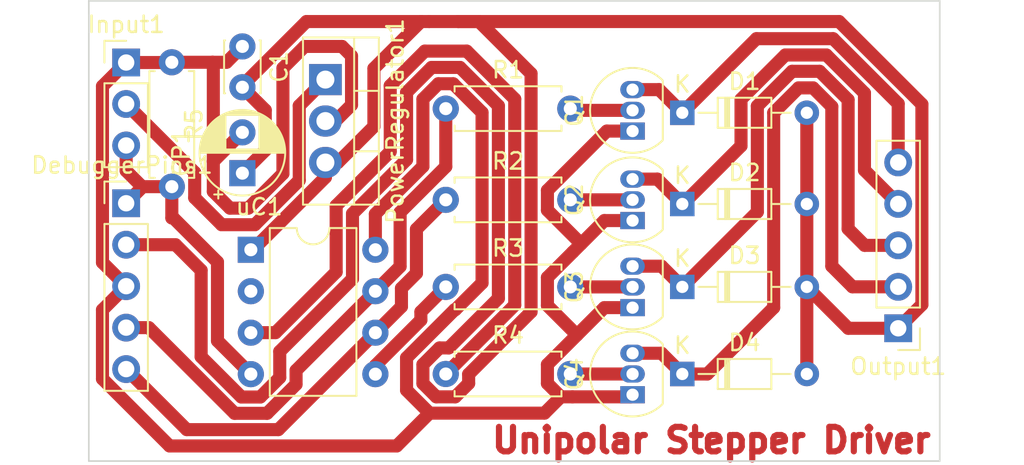
<source format=kicad_pcb>
(kicad_pcb (version 20211014) (generator pcbnew)
  (layers (0 "F.Cu" signal) (31 "B.Cu" signal) (34 "B.Paste" user) (35 "F.Paste" user) (36 "B.SilkS" user "B.Silkscreen") (37 "F.SilkS" user "F.Silkscreen") (38 "B.Mask" user) (39 "F.Mask" user) (44 "Edge.Cuts" user))
  (net 0 "")
  (net 1 "GND")
  (net 2 "+5V")
  (net 3 "Net-(D1-Pad1)")
  (net 4 "Net-(D2-Pad1)")
  (net 5 "Net-(D3-Pad1)")
  (net 6 "Net-(D4-Pad1)")
  (net 7 "Control_Input")
  (net 8 "Net-(Q1-Pad2)")
  (net 9 "+12V")
  (net 10 "Net-(Q2-Pad2)")
  (net 11 "Net-(Q4-Pad2)")
  (net 12 "Coil_1")
  (net 13 "Coil_2")
  (net 14 "Coil_3")
  (net 15 "Coil_4")
  (net 17 "Net-(Q3-Pad2)")
  (footprint "Package_TO_SOT_THT:TO-92_Inline" (layer "F.Cu") (at 45.974 -5.842 90)
    (fp_text reference "Q2" (at 1.27 -3.56 90) (layer "F.SilkS"))
    (fp_text value "S8050")
    (fp_line (start -0.53 1.85) (end 3.07 1.85) (layer "F.SilkS") (width 0.12))
    (fp_arc (start 1.27 -2.6) (mid 3.672087 -0.994977) (end 3.108478 1.838478) (layer "F.SilkS") (width 0.12))
    (fp_arc (start -0.568478 1.838478) (mid -1.132087 -0.994977) (end 1.27 -2.6) (layer "F.SilkS") (width 0.12))
    (pad "1" thru_hole rect (at 0 0 90) (size 1.05 1.5) (drill 0.75) (layers *.Cu *.Mask) (net 1 "GND"))
    (pad "2" thru_hole oval (at 1.27 0 90) (size 1.05 1.5) (drill 0.75) (layers *.Cu *.Mask) (net 10 "Net-(Q2-Pad2)"))
    (pad "3" thru_hole oval (at 2.54 0 90) (size 1.05 1.5) (drill 0.75) (layers *.Cu *.Mask) (net 4 "Net-(D2-Pad1)"))
  )
  (footprint "Resistor_THT:R_Axial_DIN0207_L6.3mm_D2.5mm_P7.62mm_Horizontal" (layer "F.Cu") (at 34.544 3.556)
    (fp_text reference "R4" (at 3.81 -2.37) (layer "F.SilkS"))
    (fp_text value "330")
    (fp_line (start 0.54 -1.37) (end 7.08 -1.37) (layer "F.SilkS") (width 0.12))
    (fp_line (start 0.54 -1.04) (end 0.54 -1.37) (layer "F.SilkS") (width 0.12))
    (fp_line (start 7.08 -1.37) (end 7.08 -1.04) (layer "F.SilkS") (width 0.12))
    (fp_line (start 0.54 1.37) (end 7.08 1.37) (layer "F.SilkS") (width 0.12))
    (fp_line (start 7.08 1.37) (end 7.08 1.04) (layer "F.SilkS") (width 0.12))
    (fp_line (start 0.54 1.04) (end 0.54 1.37) (layer "F.SilkS") (width 0.12))
    (pad "1" thru_hole circle (at 0 0) (size 1.6 1.6) (drill 0.8) (layers *.Cu *.Mask) (net 15 "Coil_4"))
    (pad "2" thru_hole oval (at 7.62 0) (size 1.6 1.6) (drill 0.8) (layers *.Cu *.Mask) (net 11 "Net-(Q4-Pad2)"))
  )
  (footprint "Capacitor_THT:C_Disc_D3.0mm_W2.0mm_P2.50mm" (layer "F.Cu") (at 22.098 -16.51 -90)
    (fp_text reference "C1" (at 1.25 -2.25 90) (layer "F.SilkS"))
    (fp_text value "10nF")
    (fp_line (start -0.37 -1.12) (end 2.87 -1.12) (layer "F.SilkS") (width 0.12))
    (fp_line (start -0.37 1.12) (end 2.87 1.12) (layer "F.SilkS") (width 0.12))
    (fp_line (start -0.37 1.055) (end -0.37 1.12) (layer "F.SilkS") (width 0.12))
    (fp_line (start 2.87 -1.12) (end 2.87 -1.055) (layer "F.SilkS") (width 0.12))
    (fp_line (start -0.37 -1.12) (end -0.37 -1.055) (layer "F.SilkS") (width 0.12))
    (fp_line (start 2.87 1.055) (end 2.87 1.12) (layer "F.SilkS") (width 0.12))
    (pad "1" thru_hole circle (at 0 0 270) (size 1.6 1.6) (drill 0.8) (layers *.Cu *.Mask) (net 1 "GND"))
    (pad "2" thru_hole circle (at 2.5 0 270) (size 1.6 1.6) (drill 0.8) (layers *.Cu *.Mask) (net 2 "+5V"))
  )
  (footprint "Resistor_THT:R_Axial_DIN0207_L6.3mm_D2.5mm_P7.62mm_Horizontal" (layer "F.Cu") (at 34.544 -1.778)
    (fp_text reference "R3" (at 3.81 -2.37) (layer "F.SilkS"))
    (fp_text value "330")
    (fp_line (start 7.08 1.37) (end 7.08 1.04) (layer "F.SilkS") (width 0.12))
    (fp_line (start 0.54 -1.37) (end 7.08 -1.37) (layer "F.SilkS") (width 0.12))
    (fp_line (start 0.54 1.37) (end 7.08 1.37) (layer "F.SilkS") (width 0.12))
    (fp_line (start 0.54 1.04) (end 0.54 1.37) (layer "F.SilkS") (width 0.12))
    (fp_line (start 7.08 -1.37) (end 7.08 -1.04) (layer "F.SilkS") (width 0.12))
    (fp_line (start 0.54 -1.04) (end 0.54 -1.37) (layer "F.SilkS") (width 0.12))
    (pad "1" thru_hole circle (at 0 0) (size 1.6 1.6) (drill 0.8) (layers *.Cu *.Mask) (net 14 "Coil_3"))
    (pad "2" thru_hole oval (at 7.62 0) (size 1.6 1.6) (drill 0.8) (layers *.Cu *.Mask) (net 17 "Net-(Q3-Pad2)"))
  )
  (footprint "Connector_PinHeader_2.54mm:PinHeader_1x05_P2.54mm_Vertical" (layer "F.Cu") (at 14.986 -6.902886)
    (fp_text reference "DebuggerPins1" (at -0.254 -2.33) (layer "F.SilkS"))
    (fp_text value "Conn_01x05_Female")
    (fp_line (start -1.33 1.27) (end -1.33 11.49) (layer "F.SilkS") (width 0.12))
    (fp_line (start 1.33 1.27) (end 1.33 11.49) (layer "F.SilkS") (width 0.12))
    (fp_line (start -1.33 0) (end -1.33 -1.33) (layer "F.SilkS") (width 0.12))
    (fp_line (start -1.33 -1.33) (end 0 -1.33) (layer "F.SilkS") (width 0.12))
    (fp_line (start -1.33 11.49) (end 1.33 11.49) (layer "F.SilkS") (width 0.12))
    (fp_line (start -1.33 1.27) (end 1.33 1.27) (layer "F.SilkS") (width 0.12))
    (pad "1" thru_hole rect (at 0 0) (size 1.7 1.7) (drill 1) (layers *.Cu *.Mask) (net 7 "Control_Input"))
    (pad "2" thru_hole oval (at 0 2.54) (size 1.7 1.7) (drill 1) (layers *.Cu *.Mask) (net 2 "+5V"))
    (pad "3" thru_hole oval (at 0 5.08) (size 1.7 1.7) (drill 1) (layers *.Cu *.Mask) (net 1 "GND"))
    (pad "4" thru_hole oval (at 0 7.62) (size 1.7 1.7) (drill 1) (layers *.Cu *.Mask) (net 12 "Coil_1"))
    (pad "5" thru_hole oval (at 0 10.16) (size 1.7 1.7) (drill 1) (layers *.Cu *.Mask) (net 13 "Coil_2"))
  )
  (footprint "Connector_PinHeader_2.54mm:PinHeader_1x03_P2.54mm_Vertical" (layer "F.Cu") (at 14.986 -15.523886)
    (fp_text reference "Input1" (at 0 -2.33) (layer "F.SilkS"))
    (fp_text value "Conn_01x03_Female")
    (fp_line (start -1.33 1.27) (end -1.33 6.41) (layer "F.SilkS") (width 0.12))
    (fp_line (start -1.33 1.27) (end 1.33 1.27) (layer "F.SilkS") (width 0.12))
    (fp_line (start 1.33 1.27) (end 1.33 6.41) (layer "F.SilkS") (width 0.12))
    (fp_line (start -1.33 0) (end -1.33 -1.33) (layer "F.SilkS") (width 0.12))
    (fp_line (start -1.33 6.41) (end 1.33 6.41) (layer "F.SilkS") (width 0.12))
    (fp_line (start -1.33 -1.33) (end 0 -1.33) (layer "F.SilkS") (width 0.12))
    (pad "1" thru_hole rect (at 0 0) (size 1.7 1.7) (drill 1) (layers *.Cu *.Mask) (net 1 "GND"))
    (pad "2" thru_hole oval (at 0 2.54) (size 1.7 1.7) (drill 1) (layers *.Cu *.Mask) (net 9 "+12V"))
    (pad "3" thru_hole oval (at 0 5.08) (size 1.7 1.7) (drill 1) (layers *.Cu *.Mask) (net 7 "Control_Input"))
  )
  (footprint "Resistor_THT:R_Axial_DIN0207_L6.3mm_D2.5mm_P7.62mm_Horizontal" (layer "F.Cu") (at 34.544 -12.7)
    (fp_text reference "R1" (at 3.81 -2.37) (layer "F.SilkS"))
    (fp_text value "300")
    (fp_line (start 0.54 -1.37) (end 7.08 -1.37) (layer "F.SilkS") (width 0.12))
    (fp_line (start 7.08 -1.37) (end 7.08 -1.04) (layer "F.SilkS") (width 0.12))
    (fp_line (start 0.54 -1.04) (end 0.54 -1.37) (layer "F.SilkS") (width 0.12))
    (fp_line (start 0.54 1.37) (end 7.08 1.37) (layer "F.SilkS") (width 0.12))
    (fp_line (start 7.08 1.37) (end 7.08 1.04) (layer "F.SilkS") (width 0.12))
    (fp_line (start 0.54 1.04) (end 0.54 1.37) (layer "F.SilkS") (width 0.12))
    (pad "1" thru_hole circle (at 0 0) (size 1.6 1.6) (drill 0.8) (layers *.Cu *.Mask) (net 12 "Coil_1"))
    (pad "2" thru_hole oval (at 7.62 0) (size 1.6 1.6) (drill 0.8) (layers *.Cu *.Mask) (net 8 "Net-(Q1-Pad2)"))
  )
  (footprint "Resistor_THT:R_Axial_DIN0207_L6.3mm_D2.5mm_P7.62mm_Horizontal" (layer "F.Cu") (at 34.544 -7.112)
    (fp_text reference "R2" (at 3.81 -2.37) (layer "F.SilkS"))
    (fp_text value "300")
    (fp_line (start 0.54 -1.04) (end 0.54 -1.37) (layer "F.SilkS") (width 0.12))
    (fp_line (start 7.08 1.37) (end 7.08 1.04) (layer "F.SilkS") (width 0.12))
    (fp_line (start 0.54 1.37) (end 7.08 1.37) (layer "F.SilkS") (width 0.12))
    (fp_line (start 7.08 -1.37) (end 7.08 -1.04) (layer "F.SilkS") (width 0.12))
    (fp_line (start 0.54 1.04) (end 0.54 1.37) (layer "F.SilkS") (width 0.12))
    (fp_line (start 0.54 -1.37) (end 7.08 -1.37) (layer "F.SilkS") (width 0.12))
    (pad "1" thru_hole circle (at 0 0) (size 1.6 1.6) (drill 0.8) (layers *.Cu *.Mask) (net 13 "Coil_2"))
    (pad "2" thru_hole oval (at 7.62 0) (size 1.6 1.6) (drill 0.8) (layers *.Cu *.Mask) (net 10 "Net-(Q2-Pad2)"))
  )
  (footprint "Package_TO_SOT_THT:TO-92_Inline" (layer "F.Cu") (at 45.974 4.826 90)
    (fp_text reference "Q4" (at 1.27 -3.56 90) (layer "F.SilkS"))
    (fp_text value "S8050")
    (fp_line (start -0.53 1.85) (end 3.07 1.85) (layer "F.SilkS") (width 0.12))
    (fp_arc (start 1.27 -2.6) (mid 3.672087 -0.994977) (end 3.108478 1.838478) (layer "F.SilkS") (width 0.12))
    (fp_arc (start -0.568478 1.838478) (mid -1.132087 -0.994977) (end 1.27 -2.6) (layer "F.SilkS") (width 0.12))
    (pad "1" thru_hole rect (at 0 0 90) (size 1.05 1.5) (drill 0.75) (layers *.Cu *.Mask) (net 1 "GND"))
    (pad "2" thru_hole oval (at 1.27 0 90) (size 1.05 1.5) (drill 0.75) (layers *.Cu *.Mask) (net 11 "Net-(Q4-Pad2)"))
    (pad "3" thru_hole oval (at 2.54 0 90) (size 1.05 1.5) (drill 0.75) (layers *.Cu *.Mask) (net 6 "Net-(D4-Pad1)"))
  )
  (footprint "Diode_THT:D_DO-34_SOD68_P7.62mm_Horizontal" (layer "F.Cu") (at 49.017 -1.778)
    (fp_text reference "D3" (at 3.81 -1.92) (layer "F.SilkS"))
    (fp_text value "DIODE")
    (fp_text user "K" (at 0 -1.75) (layer "F.SilkS"))
    (fp_line (start 5.45 0.92) (end 5.45 -0.92) (layer "F.SilkS") (width 0.12))
    (fp_line (start 5.45 -0.92) (end 2.17 -0.92) (layer "F.SilkS") (width 0.12))
    (fp_line (start 2.746 -0.92) (end 2.746 0.92) (layer "F.SilkS") (width 0.12))
    (fp_line (start 0.99 0) (end 2.17 0) (layer "F.SilkS") (width 0.12))
    (fp_line (start 2.17 0.92) (end 5.45 0.92) (layer "F.SilkS") (width 0.12))
    (fp_line (start 2.17 -0.92) (end 2.17 0.92) (layer "F.SilkS") (width 0.12))
    (fp_line (start 2.626 -0.92) (end 2.626 0.92) (layer "F.SilkS") (width 0.12))
    (fp_line (start 6.63 0) (end 5.45 0) (layer "F.SilkS") (width 0.12))
    (fp_line (start 2.866 -0.92) (end 2.866 0.92) (layer "F.SilkS") (width 0.12))
    (pad "1" thru_hole rect (at 0 0) (size 1.5 1.5) (drill 0.75) (layers *.Cu *.Mask) (net 5 "Net-(D3-Pad1)"))
    (pad "2" thru_hole oval (at 7.62 0) (size 1.5 1.5) (drill 0.75) (layers *.Cu *.Mask) (net 2 "+5V"))
  )
  (footprint "Diode_THT:D_DO-34_SOD68_P7.62mm_Horizontal" (layer "F.Cu") (at 49.017 3.556)
    (fp_text reference "D4" (at 3.81 -1.92) (layer "F.SilkS"))
    (fp_text value "DIODE")
    (fp_text user "K" (at 0 -1.75) (layer "F.SilkS"))
    (fp_line (start 2.626 -0.92) (end 2.626 0.92) (layer "F.SilkS") (width 0.12))
    (fp_line (start 6.63 0) (end 5.45 0) (layer "F.SilkS") (width 0.12))
    (fp_line (start 2.866 -0.92) (end 2.866 0.92) (layer "F.SilkS") (width 0.12))
    (fp_line (start 5.45 0.92) (end 5.45 -0.92) (layer "F.SilkS") (width 0.12))
    (fp_line (start 2.746 -0.92) (end 2.746 0.92) (layer "F.SilkS") (width 0.12))
    (fp_line (start 0.99 0) (end 2.17 0) (layer "F.SilkS") (width 0.12))
    (fp_line (start 2.17 0.92) (end 5.45 0.92) (layer "F.SilkS") (width 0.12))
    (fp_line (start 2.17 -0.92) (end 2.17 0.92) (layer "F.SilkS") (width 0.12))
    (fp_line (start 5.45 -0.92) (end 2.17 -0.92) (layer "F.SilkS") (width 0.12))
    (pad "1" thru_hole rect (at 0 0) (size 1.5 1.5) (drill 0.75) (layers *.Cu *.Mask) (net 6 "Net-(D4-Pad1)"))
    (pad "2" thru_hole oval (at 7.62 0) (size 1.5 1.5) (drill 0.75) (layers *.Cu *.Mask) (net 2 "+5V"))
  )
  (footprint "Package_DIP:DIP-8_W7.62mm" (layer "F.Cu") (at 22.616 -4.054)
    (fp_text reference "uC1" (at 0.508 -2.628886) (layer "F.SilkS"))
    (fp_text value "PIC12F675-IP")
    (fp_line (start 6.46 -1.33) (end 4.81 -1.33) (layer "F.SilkS") (width 0.12))
    (fp_line (start 1.16 -1.33) (end 1.16 8.95) (layer "F.SilkS") (width 0.12))
    (fp_line (start 2.81 -1.33) (end 1.16 -1.33) (layer "F.SilkS") (width 0.12))
    (fp_line (start 1.16 8.95) (end 6.46 8.95) (layer "F.SilkS") (width 0.12))
    (fp_line (start 6.46 8.95) (end 6.46 -1.33) (layer "F.SilkS") (width 0.12))
    (fp_arc (start 4.81 -1.33) (mid 3.81 -0.33) (end 2.81 -1.33) (layer "F.SilkS") (width 0.12))
    (pad "1" thru_hole rect (at 0 0) (size 1.6 1.6) (drill 0.8) (layers *.Cu *.Mask) (net 2 "+5V"))
    (pad "2" thru_hole oval (at 0 2.54) (size 1.6 1.6) (drill 0.8) (layers *.Cu *.Mask))
    (pad "3" thru_hole oval (at 0 5.08) (size 1.6 1.6) (drill 0.8) (layers *.Cu *.Mask) (net 15 "Coil_4"))
    (pad "4" thru_hole oval (at 0 7.62) (size 1.6 1.6) (drill 0.8) (layers *.Cu *.Mask) (net 7 "Control_Input"))
    (pad "5" thru_hole oval (at 7.62 7.62) (size 1.6 1.6) (drill 0.8) (layers *.Cu *.Mask) (net 14 "Coil_3"))
    (pad "6" thru_hole oval (at 7.62 5.08) (size 1.6 1.6) (drill 0.8) (layers *.Cu *.Mask) (net 13 "Coil_2"))
    (pad "7" thru_hole oval (at 7.62 2.54) (size 1.6 1.6) (drill 0.8) (layers *.Cu *.Mask) (net 12 "Coil_1"))
    (pad "8" thru_hole oval (at 7.62 0) (size 1.6 1.6) (drill 0.8) (layers *.Cu *.Mask) (net 1 "GND"))
  )
  (footprint "Package_TO_SOT_THT:TO-92_Inline" (layer "F.Cu") (at 45.974 -11.324 90)
    (fp_text reference "Q1" (at 1.27 -3.56 90) (layer "F.SilkS"))
    (fp_text value "S8050")
    (fp_line (start -0.53 1.85) (end 3.07 1.85) (layer "F.SilkS") (width 0.12))
    (fp_arc (start 1.27 -2.6) (mid 3.672087 -0.994977) (end 3.108478 1.838478) (layer "F.SilkS") (width 0.12))
    (fp_arc (start -0.568478 1.838478) (mid -1.132087 -0.994977) (end 1.27 -2.6) (layer "F.SilkS") (width 0.12))
    (pad "1" thru_hole rect (at 0 0 90) (size 1.05 1.5) (drill 0.75) (layers *.Cu *.Mask) (net 1 "GND"))
    (pad "2" thru_hole oval (at 1.27 0 90) (size 1.05 1.5) (drill 0.75) (layers *.Cu *.Mask) (net 8 "Net-(Q1-Pad2)"))
    (pad "3" thru_hole oval (at 2.54 0 90) (size 1.05 1.5) (drill 0.75) (layers *.Cu *.Mask) (net 3 "Net-(D1-Pad1)"))
  )
  (footprint "Package_TO_SOT_THT:TO-220-3_Vertical" (layer "F.Cu") (at 27.178 -14.478 -90)
    (fp_text reference "PowerRegulator1" (at 2.54 -4.27 90) (layer "F.SilkS"))
    (fp_text value "LM7805_TO220")
    (fp_line (start 0.69 -3.27) (end 0.69 -1.76) (layer "F.SilkS") (width 0.12))
    (fp_line (start 4.391 -3.27) (end 4.391 -1.76) (layer "F.SilkS") (width 0.12))
    (fp_line (start -2.58 1.371) (end 7.66 1.371) (layer "F.SilkS") (width 0.12))
    (fp_line (start -2.58 -1.76) (end 7.66 -1.76) (layer "F.SilkS") (width 0.12))
    (fp_line (start 7.66 -3.27) (end 7.66 1.371) (layer "F.SilkS") (width 0.12))
    (fp_line (start -2.58 -3.27) (end 7.66 -3.27) (layer "F.SilkS") (width 0.12))
    (fp_line (start -2.58 -3.27) (end -2.58 1.371) (layer "F.SilkS") (width 0.12))
    (pad "1" thru_hole rect (at 0 0 270) (size 1.905 2) (drill 1.1) (layers *.Cu *.Mask) (net 9 "+12V"))
    (pad "2" thru_hole oval (at 2.54 0 270) (size 1.905 2) (drill 1.1) (layers *.Cu *.Mask) (net 1 "GND"))
    (pad "3" thru_hole oval (at 5.08 0 270) (size 1.905 2) (drill 1.1) (layers *.Cu *.Mask) (net 2 "+5V"))
  )
  (footprint "Capacitor_THT:CP_Radial_D5.0mm_P2.50mm" (layer "F.Cu") (at 22.098 -8.745774 90)
    (fp_text reference "CP1" (at 1.25 -3.75 90) (layer "F.SilkS"))
    (fp_text value "C_Polarized")
    (fp_line (start 3.131 -1.785) (end 3.131 -1.04) (layer "F.SilkS") (width 0.12))
    (fp_line (start 1.77 -2.528) (end 1.77 -1.04) (layer "F.SilkS") (width 0.12))
    (fp_line (start 2.491 -2.268) (end 2.491 -1.04) (layer "F.SilkS") (width 0.12))
    (fp_line (start 2.691 -2.149) (end 2.691 -1.04) (layer "F.SilkS") (width 0.12))
    (fp_line (start 2.371 -2.329) (end 2.371 -1.04) (layer "F.SilkS") (width 0.12))
    (fp_line (start 2.211 -2.398) (end 2.211 -1.04) (layer "F.SilkS") (width 0.12))
    (fp_line (start 1.53 1.04) (end 1.53 2.565) (layer "F.SilkS") (width 0.12))
    (fp_line (start 3.251 1.04) (end 3.251 1.653) (layer "F.SilkS") (width 0.12))
    (fp_line (start 1.81 1.04) (end 1.81 2.52) (layer "F.SilkS") (width 0.12))
    (fp_line (start 1.61 1.04) (end 1.61 2.556) (layer "F.SilkS") (width 0.12))
    (fp_line (start 2.811 1.04) (end 2.811 2.065) (layer "F.SilkS") (width 0.12))
    (fp_line (start 3.531 -1.251) (end 3.531 -1.04) (layer "F.SilkS") (width 0.12))
    (fp_line (start 2.251 -2.382) (end 2.251 -1.04) (layer "F.SilkS") (width 0.12))
    (fp_line (start 2.971 1.04) (end 2.971 1.937) (layer "F.SilkS") (width 0.12))
    (fp_line (start 1.29 -2.58) (end 1.29 2.58) (layer "F.SilkS") (width 0.12))
    (fp_line (start 2.291 1.04) (end 2.291 2.365) (layer "F.SilkS") (width 0.12))
    (fp_line (start 2.131 1.04) (end 2.131 2.428) (layer "F.SilkS") (width 0.12))
    (fp_line (start 3.611 -1.098) (end 3.611 1.098) (layer "F.SilkS") (width 0.12))
    (fp_line (start 2.571 -2.224) (end 2.571 -1.04) (layer "F.SilkS") (width 0.12))
    (fp_line (start 3.451 -1.383) (end 3.451 -1.04) (layer "F.SilkS") (width 0.12))
    (fp_line (start 3.331 -1.554) (end 3.331 -1.04) (layer "F.SilkS") (width 0.12))
    (fp_line (start 1.45 -2.573) (end 1.45 2.573) (layer "F.SilkS") (width 0.12))
    (fp_line (start 2.491 1.04) (end 2.491 2.268) (layer "F.SilkS") (width 0.12))
    (fp_line (start 2.611 -2.2) (end 2.611 -1.04) (layer "F.SilkS") (width 0.12))
    (fp_line (start 1.85 -2.511) (end 1.85 -1.04) (layer "F.SilkS") (width 0.12))
    (fp_line (start 3.091 -1.826) (end 3.091 -1.04) (layer "F.SilkS") (width 0.12))
    (fp_line (start 3.371 -1.5) (end 3.371 -1.04) (layer "F.SilkS") (width 0.12))
    (fp_line (start 2.731 -2.122) (end 2.731 -1.04) (layer "F.SilkS") (width 0.12))
    (fp_line (start 2.131 -2.428) (end 2.131 -1.04) (layer "F.SilkS") (width 0.12))
    (fp_line (start 2.011 1.04) (end 2.011 2.468) (layer "F.SilkS") (width 0.12))
    (fp_line (start 2.611 1.04) (end 2.611 2.2) (layer "F.SilkS") (width 0.12))
    (fp_line (start 2.211 1.04) (end 2.211 2.398) (layer "F.SilkS") (width 0.12))
    (fp_line (start 1.57 1.04) (end 1.57 2.561) (layer "F.SilkS") (width 0.12))
    (fp_line (start 1.33 -2.579) (end 1.33 2.579) (layer "F.SilkS") (width 0.12))
    (fp_line (start 2.771 1.04) (end 2.771 2.095) (layer "F.SilkS") (width 0.12))
    (fp_line (start 3.651 -1.011) (end 3.651 1.011) (layer "F.SilkS") (width 0.12))
    (fp_line (start 3.531 1.04) (end 3.531 1.251) (layer "F.SilkS") (width 0.12))
    (fp_line (start 1.25 -2.58) (end 1.25 2.58) (layer "F.SilkS") (width 0.12))
    (fp_line (start 1.73 -2.536) (end 1.73 -1.04) (layer "F.SilkS") (width 0.12))
    (fp_line (start 3.011 1.04) (end 3.011 1.901) (layer "F.SilkS") (width 0.12))
    (fp_line (start 3.491 1.04) (end 3.491 1.319) (layer "F.SilkS") (width 0.12))
    (fp_line (start 3.811 -0.518) (end 3.811 0.518) (layer "F.SilkS") (width 0.12))
    (fp_line (start 2.571 1.04) (end 2.571 2.224) (layer "F.SilkS") (width 0.12))
    (fp_line (start 2.531 -2.247) (end 2.531 -1.04) (layer "F.SilkS") (width 0.12))
    (fp_line (start 2.331 1.04) (end 2.331 2.348) (layer "F.SilkS") (width 0.12))
    (fp_line (start 3.011 -1.901) (end 3.011 -1.04) (layer "F.SilkS") (width 0.12))
    (fp_line (start 2.011 -2.468) (end 2.011 -1.04) (layer "F.SilkS") (width 0.12))
    (fp_line (start 2.851 1.04) (end 2.851 2.035) (layer "F.SilkS") (width 0.12))
    (fp_line (start 2.451 1.04) (end 2.451 2.29) (layer "F.SilkS") (width 0.12))
    (fp_line (start 3.451 1.04) (end 3.451 1.383) (layer "F.SilkS") (width 0.12))
    (fp_line (start 3.371 1.04) (end 3.371 1.5) (layer "F.SilkS") (width 0.12))
    (fp_line (start 3.171 1.04) (end 3.171 1.743) (layer "F.SilkS") (width 0.12))
    (fp_line (start -1.554775 -1.475) (end -1.054775 -1.475) (layer "F.SilkS") (width 0.12))
    (fp_line (start 1.89 1.04) (end 1.89 2.501) (layer "F.SilkS") (width 0.12))
    (fp_line (start 3.411 1.04) (end 3.411 1.443) (layer "F.SilkS") (width 0.12))
    (fp_line (start -1.304775 -1.725) (end -1.304775 -1.225) (layer "F.SilkS") (width 0.12))
    (fp_line (start 2.811 -2.065) (end 2.811 -1.04) (layer "F.SilkS") (width 0.12))
    (fp_line (start 1.971 -2.48) (end 1.971 -1.04) (layer "F.SilkS") (width 0.12))
    (fp_line (start 1.49 -2.569) (end 1.49 -1.04) (layer "F.SilkS") (width 0.12))
    (fp_line (start 2.851 -2.035) (end 2.851 -1.04) (layer "F.SilkS") (width 0.12))
    (fp_line (start 3.571 -1.178) (end 3.571 1.178) (layer "F.SilkS") (width 0.12))
    (fp_line (start 1.69 1.04) (end 1.69 2.543) (layer "F.SilkS") (width 0.12))
    (fp_line (start 1.85 1.04) (end 1.85 2.511) (layer "F.SilkS") (width 0.12))
    (fp_line (start 3.331 1.04) (end 3.331 1.554) (layer "F.SilkS") (width 0.12))
    (fp_line (start 2.931 1.04) (end 2.931 1.971) (layer "F.SilkS") (width 0.12))
    (fp_line (start 3.691 -0.915) (end 3.691 0.915) (layer "F.SilkS") (width 0.12))
    (fp_line (start 2.891 1.04) (end 2.891 2.004) (layer "F.SilkS") (width 0.12))
    (fp_line (start 1.53 -2.565) (end 1.53 -1.04) (layer "F.SilkS") (width 0.12))
    (fp_line (start 1.73 1.04) (end 1.73 2.536) (layer "F.SilkS") (width 0.12))
    (fp_line (start 2.371 1.04) (end 2.371 2.329) (layer "F.SilkS") (width 0.12))
    (fp_line (start 1.41 -2.576) (end 1.41 2.576) (layer "F.SilkS") (width 0.12))
    (fp_line (start 3.291 1.04) (end 3.291 1.605) (layer "F.SilkS") (width 0.12))
    (fp_line (start 3.211 -1.699) (end 3.211 -1.04) (layer "F.SilkS") (width 0.12))
    (fp_line (start 1.61 -2.556) (end 1.61 -1.04) (layer "F.SilkS") (width 0.12))
    (fp_line (start 2.171 1.04) (end 2.171 2.414) (layer "F.SilkS") (width 0.12))
    (fp_line (start 2.931 -1.971) (end 2.931 -1.04) (layer "F.SilkS") (width 0.12))
    (fp_line (start 1.37 -2.578) (end 1.37 2.578) (layer "F.SilkS") (width 0.12))
    (fp_line (start 2.651 1.04) (end 2.651 2.175) (layer "F.SilkS") (width 0.12))
    (fp_line (start 3.411 -1.443) (end 3.411 -1.04) (layer "F.SilkS") (width 0.12))
    (fp_line (start 3.251 -1.653) (end 3.251 -1.04) (layer "F.SilkS") (width 0.12))
    (fp_line (start 3.851 -0.284) (end 3.851 0.284) (layer "F.SilkS") (width 0.12))
    (fp_line (start 2.331 -2.348) (end 2.331 -1.04) (layer "F.SilkS") (width 0.12))
    (fp_line (start 2.171 -2.414) (end 2.171 -1.04) (layer "F.SilkS") (width 0.12))
    (fp_line (start 1.93 1.04) (end 1.93 2.491) (layer "F.SilkS") (width 0.12))
    (fp_line (start 2.091 1.04) (end 2.091 2.442) (layer "F.SilkS") (width 0.12))
    (fp_line (start 2.411 1.04) (end 2.411 2.31) (layer "F.SilkS") (width 0.12))
    (fp_line (start 2.411 -2.31) (end 2.411 -1.04) (layer "F.SilkS") (width 0.12))
    (fp_line (start 2.251 1.04) (end 2.251 2.382) (layer "F.SilkS") (width 0.12))
    (fp_line (start 3.171 -1.743) (end 3.171 -1.04) (layer "F.SilkS") (width 0.12))
    (fp_line (start 3.051 -1.864) (end 3.051 -1.04) (layer "F.SilkS") (width 0.12))
    (fp_line (start 2.651 -2.175) (end 2.651 -1.04) (layer "F.SilkS") (width 0.12))
    (fp_line (start 1.49 1.04) (end 1.49 2.569) (layer "F.SilkS") (width 0.12))
    (fp_line (start 3.771 -0.677) (end 3.771 0.677) (layer "F.SilkS") (width 0.12))
    (fp_line (start 3.051 1.04) (end 3.051 1.864) (layer "F.SilkS") (width 0.12))
    (fp_line (start 2.451 -2.29) (end 2.451 -1.04) (layer "F.SilkS") (width 0.12))
    (fp_line (start 2.731 1.04) (end 2.731 2.122) (layer "F.SilkS") (width 0.12))
    (fp_line (start 2.291 -2.365) (end 2.291 -1.04) (layer "F.SilkS") (width 0.12))
    (fp_line (start 3.211 1.04) (end 3.211 1.699) (layer "F.SilkS") (width 0.12))
    (fp_line (start 2.051 -2.455) (end 2.051 -1.04) (layer "F.SilkS") (width 0.12))
    (fp_line (start 1.77 1.04) (end 1.77 2.528) (layer "F.SilkS") (width 0.12))
    (fp_line (start 2.771 -2.095) (end 2.771 -1.04) (layer "F.SilkS") (width 0.12))
    (fp_line (start 2.971 -1.937) (end 2.971 -1.04) (layer "F.SilkS") (width 0.12))
    (fp_line (start 2.531 1.04) (end 2.531 2.247) (layer "F.SilkS") (width 0.12))
    (fp_line (start 3.291 -1.605) (end 3.291 -1.04) (layer "F.SilkS") (width 0.12))
    (fp_line (start 1.65 1.04) (end 1.65 2.55) (layer "F.SilkS") (width 0.12))
    (fp_line (start 2.891 -2.004) (end 2.891 -1.04) (layer "F.SilkS") (width 0.12))
    (fp_line (start 1.971 1.04) (end 1.971 2.48) (layer "F.SilkS") (width 0.12))
    (fp_line (start 1.65 -2.55) (end 1.65 -1.04) (layer "F.SilkS") (width 0.12))
    (fp_line (start 3.091 1.04) (end 3.091 1.826) (layer "F.SilkS") (width 0.12))
    (fp_line (start 3.731 -0.805) (end 3.731 0.805) (layer "F.SilkS") (width 0.12))
    (fp_line (start 3.131 1.04) (end 3.131 1.785) (layer "F.SilkS") (width 0.12))
    (fp_line (start 1.69 -2.543) (end 1.69 -1.04) (layer "F.SilkS") (width 0.12))
    (fp_line (start 1.89 -2.501) (end 1.89 -1.04) (layer "F.SilkS") (width 0.12))
    (fp_line (start 1.93 -2.491) (end 1.93 -1.04) (layer "F.SilkS") (width 0.12))
    (fp_line (start 1.81 -2.52) (end 1.81 -1.04) (layer "F.SilkS") (width 0.12))
    (fp_line (start 2.051 1.04) (end 2.051 2.455) (layer "F.SilkS") (width 0.12))
    (fp_line (start 2.691 1.04) (end 2.691 2.149) (layer "F.SilkS") (width 0.12))
    (fp_line (start 1.57 -2.561) (end 1.57 -1.04) (layer "F.SilkS") (width 0.12))
    (fp_line (start 3.491 -1.319) (end 3.491 -1.04) (layer "F.SilkS") (width 0.12))
    (fp_line (start 2.091 -2.442) (end 2.091 -1.04) (layer "F.SilkS") (width 0.12))
    (fp_circle (center 1.25 0) (end 3.87 0) (layer "F.SilkS") (width 0.12) (fill none))
    (pad "1" thru_hole rect (at 0 0 90) (size 1.6 1.6) (drill 0.8) (layers *.Cu *.Mask) (net 2 "+5V"))
    (pad "2" thru_hole circle (at 2.5 0 90) (size 1.6 1.6) (drill 0.8) (layers *.Cu *.Mask) (net 1 "GND"))
  )
  (footprint "Connector_PinHeader_2.54mm:PinHeader_1x05_P2.54mm_Vertical" (layer "F.Cu") (at 62.23 0.757 180)
    (fp_text reference "Output1" (at 0 -2.33) (layer "F.SilkS"))
    (fp_text value "Conn_01x05_Female")
    (fp_line (start -1.33 -1.33) (end 0 -1.33) (layer "F.SilkS") (width 0.12))
    (fp_line (start -1.33 0) (end -1.33 -1.33) (layer "F.SilkS") (width 0.12))
    (fp_line (start -1.33 1.27) (end 1.33 1.27) (layer "F.SilkS") (width 0.12))
    (fp_line (start 1.33 1.27) (end 1.33 11.49) (layer "F.SilkS") (width 0.12))
    (fp_line (start -1.33 1.27) (end -1.33 11.49) (layer "F.SilkS") (width 0.12))
    (fp_line (start -1.33 11.49) (end 1.33 11.49) (layer "F.SilkS") (width 0.12))
    (pad "1" thru_hole rect (at 0 0 180) (size 1.7 1.7) (drill 1) (layers *.Cu *.Mask) (net 2 "+5V"))
    (pad "2" thru_hole oval (at 0 2.54 180) (size 1.7 1.7) (drill 1) (layers *.Cu *.Mask) (net 6 "Net-(D4-Pad1)"))
    (pad "3" thru_hole oval (at 0 5.08 180) (size 1.7 1.7) (drill 1) (layers *.Cu *.Mask) (net 5 "Net-(D3-Pad1)"))
    (pad "4" thru_hole oval (at 0 7.62 180) (size 1.7 1.7) (drill 1) (layers *.Cu *.Mask) (net 4 "Net-(D2-Pad1)"))
    (pad "5" thru_hole oval (at 0 10.16 180) (size 1.7 1.7) (drill 1) (layers *.Cu *.Mask) (net 3 "Net-(D1-Pad1)"))
  )
  (footprint "Diode_THT:D_DO-34_SOD68_P7.62mm_Horizontal" (layer "F.Cu") (at 49.017 -12.446)
    (fp_text reference "D1" (at 3.81 -1.92) (layer "F.SilkS"))
    (fp_text value "DIODE")
    (fp_text user "K" (at 0 -1.75) (layer "F.SilkS"))
    (fp_line (start 2.17 0.92) (end 5.45 0.92) (layer "F.SilkS") (width 0.12))
    (fp_line (start 2.746 -0.92) (end 2.746 0.92) (layer "F.SilkS") (width 0.12))
    (fp_line (start 2.626 -0.92) (end 2.626 0.92) (layer "F.SilkS") (width 0.12))
    (fp_line (start 2.866 -0.92) (end 2.866 0.92) (layer "F.SilkS") (width 0.12))
    (fp_line (start 0.99 0) (end 2.17 0) (layer "F.SilkS") (width 0.12))
    (fp_line (start 5.45 0.92) (end 5.45 -0.92) (layer "F.SilkS") (width 0.12))
    (fp_line (start 6.63 0) (end 5.45 0) (layer "F.SilkS") (width 0.12))
    (fp_line (start 2.17 -0.92) (end 2.17 0.92) (layer "F.SilkS") (width 0.12))
    (fp_line (start 5.45 -0.92) (end 2.17 -0.92) (layer "F.SilkS") (width 0.12))
    (pad "1" thru_hole rect (at 0 0) (size 1.5 1.5) (drill 0.75) (layers *.Cu *.Mask) (net 3 "Net-(D1-Pad1)"))
    (pad "2" thru_hole oval (at 7.62 0) (size 1.5 1.5) (drill 0.75) (layers *.Cu *.Mask) (net 2 "+5V"))
  )
  (footprint "Diode_THT:D_DO-34_SOD68_P7.62mm_Horizontal" (layer "F.Cu") (at 49.017 -6.858)
    (fp_text reference "D2" (at 3.81 -1.92) (layer "F.SilkS"))
    (fp_text value "DIODE")
    (fp_text user "K" (at 0 -1.75) (layer "F.SilkS"))
    (fp_line (start 2.866 -0.92) (end 2.866 0.92) (layer "F.SilkS") (width 0.12))
    (fp_line (start 2.17 0.92) (end 5.45 0.92) (layer "F.SilkS") (width 0.12))
    (fp_line (start 5.45 0.92) (end 5.45 -0.92) (layer "F.SilkS") (width 0.12))
    (fp_line (start 5.45 -0.92) (end 2.17 -0.92) (layer "F.SilkS") (width 0.12))
    (fp_line (start 2.626 -0.92) (end 2.626 0.92) (layer "F.SilkS") (width 0.12))
    (fp_line (start 0.99 0) (end 2.17 0) (layer "F.SilkS") (width 0.12))
    (fp_line (start 6.63 0) (end 5.45 0) (layer "F.SilkS") (width 0.12))
    (fp_line (start 2.17 -0.92) (end 2.17 0.92) (layer "F.SilkS") (width 0.12))
    (fp_line (start 2.746 -0.92) (end 2.746 0.92) (layer "F.SilkS") (width 0.12))
    (pad "1" thru_hole rect (at 0 0) (size 1.5 1.5) (drill 0.75) (layers *.Cu *.Mask) (net 4 "Net-(D2-Pad1)"))
    (pad "2" thru_hole oval (at 7.62 0) (size 1.5 1.5) (drill 0.75) (layers *.Cu *.Mask) (net 2 "+5V"))
  )
  (footprint "Resistor_THT:R_Axial_DIN0207_L6.3mm_D2.5mm_P7.62mm_Horizontal" (layer "F.Cu") (at 17.78 -15.538886 -90)
    (fp_text reference "R5" (at 3.81 -1.354 90) (layer "F.SilkS"))
    (fp_text value "10k")
    (fp_line (start 0.54 1.37) (end 7.08 1.37) (layer "F.SilkS") (width 0.12))
    (fp_line (start 7.08 1.37) (end 7.08 1.04) (layer "F.SilkS") (width 0.12))
    (fp_line (start 7.08 -1.37) (end 7.08 -1.04) (layer "F.SilkS") (width 0.12))
    (fp_line (start 0.54 1.04) (end 0.54 1.37) (layer "F.SilkS") (width 0.12))
    (fp_line (start 0.54 -1.37) (end 7.08 -1.37) (layer "F.SilkS") (width 0.12))
    (fp_line (start 0.54 -1.04) (end 0.54 -1.37) (layer "F.SilkS") (width 0.12))
    (pad "1" thru_hole circle (at 0 0 270) (size 1.6 1.6) (drill 0.8) (layers *.Cu *.Mask) (net 1 "GND"))
    (pad "2" thru_hole oval (at 7.62 0 270) (size 1.6 1.6) (drill 0.8) (layers *.Cu *.Mask) (net 7 "Control_Input"))
  )
  (footprint "Package_TO_SOT_THT:TO-92_Inline" (layer "F.Cu") (at 45.974 -0.508 90)
    (fp_text reference "Q3" (at 1.27 -3.56 90) (layer "F.SilkS"))
    (fp_text value "S8050")
    (fp_line (start -0.53 1.85) (end 3.07 1.85) (layer "F.SilkS") (width 0.12))
    (fp_arc (start -0.568478 1.838478) (mid -1.132087 -0.994977) (end 1.27 -2.6) (layer "F.SilkS") (width 0.12))
    (fp_arc (start 1.27 -2.6) (mid 3.672087 -0.994977) (end 3.108478 1.838478) (layer "F.SilkS") (width 0.12))
    (pad "1" thru_hole rect (at 0 0 90) (size 1.05 1.5) (drill 0.75) (layers *.Cu *.Mask) (net 1 "GND"))
    (pad "2" thru_hole oval (at 1.27 0 90) (size 1.05 1.5) (drill 0.75) (layers *.Cu *.Mask) (net 17 "Net-(Q3-Pad2)"))
    (pad "3" thru_hole oval (at 2.54 0 90) (size 1.05 1.5) (drill 0.75) (layers *.Cu *.Mask) (net 5 "Net-(D3-Pad1)"))
  )
  (gr_line (start 64.77 8.89) (end 64.77 -19.304) (layer "Edge.Cuts") (width 0.1))
  (gr_line (start 12.7 -19.304) (end 12.7 8.89) (layer "Edge.Cuts") (width 0.1))
  (gr_line (start 12.7 8.89) (end 64.77 8.89) (layer "Edge.Cuts") (width 0.1))
  (gr_line (start 64.77 -19.304) (end 12.7 -19.304) (layer "Edge.Cuts") (width 0.1))
  (gr_text "Unipolar Stepper Driver" (at 50.8 7.62) (layer "F.Cu") (effects (font (size 1.5 1.5) (thickness 0.375))))
  (segment (start 33.144489 -13.279698) (end 34.088791 -14.224) (width 0.8) (layer "F.Cu") (net 1))
  (segment (start 28.194 -16.51) (end 25.908 -16.51) (width 0.8) (layer "F.Cu") (net 1))
  (segment (start 31.541247 7.96407) (end 33.550287 5.95503) (width 0.8) (layer "F.Cu") (net 1))
  (segment (start 40.764489 -7.691698) (end 40.764489 -6.479511) (width 0.8) (layer "F.Cu") (net 1))
  (segment (start 40.764489 4.135698) (end 40.764489 2.976302) (width 0.8) (layer "F.Cu") (net 1))
  (segment (start 42.293511 4.955511) (end 41.584302 4.955511) (width 0.8) (layer "F.Cu") (net 1))
  (segment (start 45.974 4.826) (end 45.844489 4.955511) (width 0.8) (layer "F.Cu") (net 1))
  (segment (start 13.536489 -14.074375) (end 14.986 -15.523886) (width 0.8) (layer "F.Cu") (net 1))
  (segment (start 35.085746 -0.378489) (end 32.144969 2.562288) (width 0.8) (layer "F.Cu") (net 1))
  (segment (start 17.643037 7.96407) (end 31.541247 7.96407) (width 0.8) (layer "F.Cu") (net 1))
  (segment (start 28.777511 -12.925989) (end 28.777511 -15.926489) (width 0.8) (layer "F.Cu") (net 1))
  (segment (start 24.578961 -15.180961) (end 24.578961 -8.720495) (width 0.8) (layer "F.Cu") (net 1))
  (segment (start 40.764489 -6.479511) (end 42.825396 -4.418604) (width 0.8) (layer "F.Cu") (net 1))
  (segment (start 33.550287 5.95503) (end 40.584783 5.95503) (width 0.8) (layer "F.Cu") (net 1))
  (segment (start 40.764489 -2.357698) (end 40.764489 -0.637511) (width 0.8) (layer "F.Cu") (net 1))
  (segment (start 40.764489 -0.637511) (end 42.571396 1.169396) (width 0.8) (layer "F.Cu") (net 1))
  (segment (start 35.123698 -0.378489) (end 35.085746 -0.378489) (width 0.8) (layer "F.Cu") (net 1))
  (segment (start 21.126886 -15.538886) (end 22.098 -16.51) (width 0.8) (layer "F.Cu") (net 1))
  (segment (start 20.32 -9.467774) (end 20.32 -15.494) (width 0.8) (layer "F.Cu") (net 1))
  (segment (start 34.999209 -14.224) (end 36.764852 -12.458357) (width 0.8) (layer "F.Cu") (net 1))
  (segment (start 21.336 -6.604) (end 20.32 -7.62) (width 0.8) (layer "F.Cu") (net 1))
  (segment (start 20.32 -7.62) (end 20.32 -9.467774) (width 0.8) (layer "F.Cu") (net 1))
  (segment (start 44.396791 -11.324) (end 40.764489 -7.691698) (width 0.8) (layer "F.Cu") (net 1))
  (segment (start 32.14497 4.549713) (end 33.550287 5.95503) (width 0.8) (layer "F.Cu") (net 1))
  (segment (start 20.32 -15.494) (end 20.275114 -15.538886) (width 0.8) (layer "F.Cu") (net 1))
  (segment (start 45.974 -11.324) (end 44.396791 -11.324) (width 0.8) (layer "F.Cu") (net 1))
  (segment (start 13.536489 3.857522) (end 17.643037 7.96407) (width 0.8) (layer "F.Cu") (net 1))
  (segment (start 27.789522 -11.938) (end 28.777511 -12.925989) (width 0.8) (layer "F.Cu") (net 1))
  (segment (start 34.088791 -14.224) (end 34.999209 -14.224) (width 0.8) (layer "F.Cu") (net 1))
  (segment (start 36.764852 -2.019643) (end 35.123698 -0.378489) (width 0.8) (layer "F.Cu") (net 1))
  (segment (start 14.986 -1.822886) (end 13.536489 -0.373375) (width 0.8) (layer "F.Cu") (net 1))
  (segment (start 32.144969 2.562288) (end 32.14497 4.549713) (width 0.8) (layer "F.Cu") (net 1))
  (segment (start 13.536489 -3.272397) (end 13.536489 -14.074375) (width 0.8) (layer "F.Cu") (net 1))
  (segment (start 17.78 -15.538886) (end 20.275114 -15.538886) (width 0.8) (layer "F.Cu") (net 1))
  (segment (start 44.248791 -0.508) (end 45.974 -0.508) (width 0.8) (layer "F.Cu") (net 1))
  (segment (start 20.32 -9.467774) (end 22.098 -11.245774) (width 0.8) (layer "F.Cu") (net 1))
  (segment (start 14.986 -15.523886) (end 17.765 -15.523886) (width 0.8) (layer "F.Cu") (net 1))
  (segment (start 20.275114 -15.538886) (end 21.126886 -15.538886) (width 0.8) (layer "F.Cu") (net 1))
  (segment (start 24.578961 -8.720495) (end 22.462466 -6.604) (width 0.8) (layer "F.Cu") (net 1))
  (segment (start 30.236 -6.249534) (end 33.144489 -9.158023) (width 0.8) (layer "F.Cu") (net 1))
  (segment (start 33.144489 -9.158023) (end 33.144489 -13.279698) (width 0.8) (layer "F.Cu") (net 1))
  (segment (start 44.248791 -5.842) (end 42.317396 -3.910604) (width 0.8) (layer "F.Cu") (net 1))
  (segment (start 17.765 -15.523886) (end 17.78 -15.538886) (width 0.8) (layer "F.Cu") (net 1))
  (segment (start 13.536489 -0.373375) (end 13.536489 3.857522) (width 0.8) (layer "F.Cu") (net 1))
  (segment (start 22.462466 -6.604) (end 21.336 -6.604) (width 0.8) (layer "F.Cu") (net 1))
  (segment (start 40.584783 5.95503) (end 41.584302 4.955511) (width 0.8) (layer "F.Cu") (net 1))
  (segment (start 14.986 -1.822886) (end 13.536489 -3.272397) (width 0.8) (layer "F.Cu") (net 1))
  (segment (start 42.317396 -3.910604) (end 40.764489 -2.357698) (width 0.8) (layer "F.Cu") (net 1))
  (segment (start 27.178 -11.938) (end 27.789522 -11.938) (width 0.8) (layer "F.Cu") (net 1))
  (segment (start 45.974 -5.842) (end 44.248791 -5.842) (width 0.8) (layer "F.Cu") (net 1))
  (segment (start 41.584302 4.955511) (end 40.764489 4.135698) (width 0.8) (layer "F.Cu") (net 1))
  (segment (start 30.236 -4.054) (end 30.236 -6.249534) (width 0.8) (layer "F.Cu") (net 1))
  (segment (start 36.764852 -12.458357) (end 36.764852 -2.019643) (width 0.8) (layer "F.Cu") (net 1))
  (segment (start 28.777511 -15.926489) (end 28.194 -16.51) (width 0.8) (layer "F.Cu") (net 1))
  (segment (start 25.908 -16.51) (end 24.578961 -15.180961) (width 0.8) (layer "F.Cu") (net 1))
  (segment (start 45.844489 4.955511) (end 42.293511 4.955511) (width 0.8) (layer "F.Cu") (net 1))
  (segment (start 40.764489 2.976302) (end 44.248791 -0.508) (width 0.8) (layer "F.Cu") (net 1))
  (segment (start 32.14497 -13.693713) (end 33.674777 -15.22352) (width 0.8) (layer "F.Cu") (net 2))
  (segment (start 63.679511 -12.966123) (end 58.611634 -18.034) (width 0.8) (layer "F.Cu") (net 2))
  (segment (start 33.528 -18.034) (end 33.02 -18.034) (width 0.8) (layer "F.Cu") (net 2))
  (segment (start 23.497511 -12.610489) (end 23.497511 -10.145285) (width 0.8) (layer "F.Cu") (net 2))
  (segment (start 35.306 -18.034) (end 33.528 -18.034) (width 0.8) (layer "F.Cu") (net 2))
  (segment (start 22.036302 4.965511) (end 23.195698 4.965511) (width 0.8) (layer "F.Cu") (net 2))
  (segment (start 39.763411 -0.249877) (end 39.763411 -14.846589) (width 0.8) (layer "F.Cu") (net 2))
  (segment (start 18.005594 -4.362886) (end 19.57448 -2.794) (width 0.8) (layer "F.Cu") (net 2))
  (segment (start 28.836489 -6.263557) (end 32.144969 -9.572037) (width 0.8) (layer "F.Cu") (net 2))
  (segment (start 30.14593 -11.60393) (end 27.94 -9.398) (width 0.8) (layer "F.Cu") (net 2))
  (segment (start 34.726233 1.960233) (end 34.160558 1.960233) (width 0.8) (layer "F.Cu") (net 2))
  (segment (start 33.144489 4.135698) (end 33.964302 4.955511) (width 0.8) (layer "F.Cu") (net 2))
  (segment (start 62.23 0.757) (end 63.679511 -0.692511) (width 0.8) (layer "F.Cu") (net 2))
  (segment (start 33.02 -18.034) (end 26.018466 -18.034) (width 0.8) (layer "F.Cu") (net 2))
  (segment (start 15.748 -4.362886) (end 18.005594 -4.362886) (width 0.8) (layer "F.Cu") (net 2))
  (segment (start 32.144969 -9.572037) (end 32.14497 -13.693713) (width 0.8) (layer "F.Cu") (net 2))
  (segment (start 27.94 -9.398) (end 27.178 -9.398) (width 0.8) (layer "F.Cu") (net 2))
  (segment (start 36.576 -18.034) (end 35.306 -18.034) (width 0.8) (layer "F.Cu") (net 2))
  (segment (start 34.160558 1.960233) (end 33.144489 2.976302) (width 0.8) (layer "F.Cu") (net 2))
  (segment (start 23.195698 4.965511) (end 24.384 3.777209) (width 0.8) (layer "F.Cu") (net 2))
  (segment (start 19.57448 -2.794) (end 19.57448 2.503689) (width 0.8) (layer "F.Cu") (net 2))
  (segment (start 24.384 3.777209) (end 24.384 2.175534) (width 0.8) (layer "F.Cu") (net 2))
  (segment (start 26.018466 -18.034) (end 22.098 -14.113534) (width 0.8) (layer "F.Cu") (net 2))
  (segment (start 22.098 -14.113534) (end 22.098 -14.01) (width 0.8) (layer "F.Cu") (net 2))
  (segment (start 35.943511 3.570023) (end 39.763411 -0.249877) (width 0.8) (layer "F.Cu") (net 2))
  (segment (start 22.307114 -4.362886) (end 22.616 -4.054) (width 0.8) (layer "F.Cu") (net 2))
  (segment (start 22.739534 -4.054) (end 27.178 -8.492466) (width 0.8) (layer "F.Cu") (net 2))
  (segment (start 58.611634 -18.034) (end 35.306 -18.034) (width 0.8) (layer "F.Cu") (net 2))
  (segment (start 30.14593 -11.60393) (end 30.14593 -15.15993) (width 0.8) (layer "F.Cu") (net 2))
  (segment (start 33.144489 2.976302) (end 33.144489 4.135698) (width 0.8) (layer "F.Cu") (net 2))
  (segment (start 30.14593 -15.15993) (end 33.02 -18.034) (width 0.8) (layer "F.Cu") (net 2))
  (segment (start 22.098 -14.01) (end 23.497511 -12.610489) (width 0.8) (layer "F.Cu") (net 2))
  (segment (start 37.764372 -12.872371) (end 37.764372 -1.077906) (width 0.8) (layer "F.Cu") (net 2))
  (segment (start 35.123698 4.955511) (end 35.943511 4.135698) (width 0.8) (layer "F.Cu") (net 2))
  (segment (start 35.943511 4.135698) (end 35.943511 3.570023) (width 0.8) (layer "F.Cu") (net 2))
  (segment (start 39.763411 -14.846589) (end 36.576 -18.034) (width 0.8) (layer "F.Cu") (net 2))
  (segment (start 24.384 2.175534) (end 28.836488 -2.276954) (width 0.8) (layer "F.Cu") (net 2))
  (segment (start 22.616 -4.054) (end 22.739534 -4.054) (width 0.8) (layer "F.Cu") (net 2))
  (segment (start 33.964302 4.955511) (end 35.123698 4.955511) (width 0.8) (layer "F.Cu") (net 2))
  (segment (start 35.413224 -15.223519) (end 37.764372 -12.872371) (width 0.8) (layer "F.Cu") (net 2))
  (segment (start 56.637 -12.446) (end 56.637 3.556) (width 0.8) (layer "F.Cu") (net 2))
  (segment (start 23.497511 -10.145285) (end 22.098 -8.745774) (width 0.8) (layer "F.Cu") (net 2))
  (segment (start 59.172 0.757) (end 56.637 -1.778) (width 0.8) (layer "F.Cu") (net 2))
  (segment (start 62.23 0.757) (end 59.172 0.757) (width 0.8) (layer "F.Cu") (net 2))
  (segment (start 27.178 -8.492466) (end 27.178 -9.398) (width 0.8) (layer "F.Cu") (net 2))
  (segment (start 33.674777 -15.22352) (end 35.413224 -15.223519) (width 0.8) (layer "F.Cu") (net 2))
  (segment (start 37.764372 -1.077906) (end 34.726233 1.960233) (width 0.8) (layer "F.Cu") (net 2))
  (segment (start 63.679511 -0.692511) (end 63.679511 -12.966123) (width 0.8) (layer "F.Cu") (net 2))
  (segment (start 19.57448 2.503689) (end 22.036302 4.965511) (width 0.8) (layer "F.Cu") (net 2))
  (segment (start 28.836488 -2.276954) (end 28.836489 -6.263557) (width 0.8) (layer "F.Cu") (net 2))
  (segment (start 53.556038 -16.985038) (end 49.017 -12.446) (width 0.8) (layer "F.Cu") (net 3))
  (segment (start 62.23 -13.0021) (end 58.247062 -16.985038) (width 0.8) (layer "F.Cu") (net 3))
  (segment (start 49.017 -12.446) (end 47.599 -13.864) (width 0.8) (layer "F.Cu") (net 3))
  (segment (start 58.247062 -16.985038) (end 53.556038 -16.985038) (width 0.8) (layer "F.Cu") (net 3))
  (segment (start 47.599 -13.864) (end 45.974 -13.864) (width 0.8) (layer "F.Cu") (net 3))
  (segment (start 62.23 -9.403) (end 62.23 -13.0021) (width 0.8) (layer "F.Cu") (net 3))
  (segment (start 60.16504 -8.92796) (end 60.165038 -13.653528) (width 0.8) (layer "F.Cu") (net 4))
  (segment (start 60.165038 -13.653528) (end 57.833047 -15.985519) (width 0.8) (layer "F.Cu") (net 4))
  (segment (start 57.833047 -15.985519) (end 55.322451 -15.985519) (width 0.8) (layer "F.Cu") (net 4))
  (segment (start 49.05496 -6.858) (end 49.017 -6.858) (width 0.8) (layer "F.Cu") (net 4))
  (segment (start 52.61096 -10.414) (end 49.05496 -6.858) (width 0.8) (layer "F.Cu") (net 4))
  (segment (start 62.23 -6.863) (end 60.16504 -8.92796) (width 0.8) (layer "F.Cu") (net 4))
  (segment (start 49.017 -6.858) (end 47.493 -8.382) (width 0.8) (layer "F.Cu") (net 4))
  (segment (start 55.322451 -15.985519) (end 52.61096 -13.274028) (width 0.8) (layer "F.Cu") (net 4))
  (segment (start 52.61096 -13.274028) (end 52.61096 -10.414) (width 0.8) (layer "F.Cu") (net 4))
  (segment (start 47.493 -8.382) (end 45.974 -8.382) (width 0.8) (layer "F.Cu") (net 4))
  (segment (start 53.61048 -12.860014) (end 53.61048 -6.37148) (width 0.8) (layer "F.Cu") (net 5))
  (segment (start 47.747 -3.048) (end 45.974 -3.048) (width 0.8) (layer "F.Cu") (net 5))
  (segment (start 55.736466 -14.986) (end 53.61048 -12.860014) (width 0.8) (layer "F.Cu") (net 5))
  (segment (start 60.17652 -4.323) (end 59.16552 -5.334) (width 0.8) (layer "F.Cu") (net 5))
  (segment (start 53.61048 -6.37148) (end 49.017 -1.778) (width 0.8) (layer "F.Cu") (net 5))
  (segment (start 59.16552 -5.334) (end 59.165519 -13.239513) (width 0.8) (layer "F.Cu") (net 5))
  (segment (start 62.23 -4.323) (end 60.17652 -4.323) (width 0.8) (layer "F.Cu") (net 5))
  (segment (start 49.017 -1.778) (end 47.747 -3.048) (width 0.8) (layer "F.Cu") (net 5))
  (segment (start 59.165519 -13.239513) (end 57.419032 -14.986) (width 0.8) (layer "F.Cu") (net 5))
  (segment (start 57.419032 -14.986) (end 55.736466 -14.986) (width 0.8) (layer "F.Cu") (net 5))
  (segment (start 62.23 -1.783) (end 59.431 -1.783) (width 0.8) (layer "F.Cu") (net 6))
  (segment (start 50.546 3.556) (end 49.017 3.556) (width 0.8) (layer "F.Cu") (net 6))
  (segment (start 58.166 -3.048) (end 58.166 -12.825498) (width 0.8) (layer "F.Cu") (net 6))
  (segment (start 54.61 -12.446) (end 54.61 -0.508) (width 0.8) (layer "F.Cu") (net 6))
  (segment (start 57.021498 -13.97) (end 56.134 -13.97) (width 0.8) (layer "F.Cu") (net 6))
  (segment (start 58.166 -12.825498) (end 57.021498 -13.97) (width 0.8) (layer "F.Cu") (net 6))
  (segment (start 49.017 3.556) (end 47.747 2.286) (width 0.8) (layer "F.Cu") (net 6))
  (segment (start 47.747 2.286) (end 45.974 2.286) (width 0.8) (layer "F.Cu") (net 6))
  (segment (start 54.61 -0.508) (end 50.546 3.556) (width 0.8) (layer "F.Cu") (net 6))
  (segment (start 56.134 -13.97) (end 54.61 -12.446) (width 0.8) (layer "F.Cu") (net 6))
  (segment (start 59.431 -1.783) (end 58.166 -3.048) (width 0.8) (layer "F.Cu") (net 6))
  (segment (start 15.957114 -7.918886) (end 14.986 -8.89) (width 0.8) (layer "F.Cu") (net 7))
  (segment (start 17.78 -7.918886) (end 16.002 -7.918886) (width 0.8) (layer "F.Cu") (net 7))
  (segment (start 20.574 1.524) (end 22.616 3.566) (width 0.8) (layer "F.Cu") (net 7))
  (segment (start 16.002 -7.918886) (end 14.986 -6.902886) (width 0.8) (layer "F.Cu") (net 7))
  (segment (start 17.78 -6.002014) (end 17.873986 -6.002014) (width 0.8) (layer "F.Cu") (net 7))
  (segment (start 17.873986 -6.002014) (end 20.574 -3.302) (width 0.8) (layer "F.Cu") (net 7))
  (segment (start 14.986 -8.89) (end 14.986 -10.443886) (width 0.8) (layer "F.Cu") (net 7))
  (segment (start 16.002 -7.918886) (end 15.957114 -7.918886) (width 0.8) (layer "F.Cu") (net 7))
  (segment (start 20.574 -3.302) (end 20.574 1.524) (width 0.8) (layer "F.Cu") (net 7))
  (segment (start 17.78 -7.918886) (end 17.78 -6.002014) (width 0.8) (layer "F.Cu") (net 7))
  (segment (start 42.27 -12.594) (end 42.164 -12.7) (width 0.8) (layer "F.Cu") (net 8))
  (segment (start 45.974 -12.594) (end 42.27 -12.594) (width 0.8) (layer "F.Cu") (net 8))
  (segment (start 19.179511 -8.790375) (end 14.986 -12.983886) (width 0.8) (layer "F.Cu") (net 9))
  (segment (start 22.86 -5.588) (end 20.828 -5.588) (width 0.8) (layer "F.Cu") (net 9))
  (segment (start 25.57848 -12.87848) (end 25.57848 -8.30648) (width 0.8) (layer "F.Cu") (net 9))
  (segment (start 27.178 -14.478) (end 25.57848 -12.87848) (width 0.8) (layer "F.Cu") (net 9))
  (segment (start 25.57848 -8.30648) (end 22.86 -5.588) (width 0.8) (layer "F.Cu") (net 9))
  (segment (start 19.179511 -7.236489) (end 19.179511 -8.790375) (width 0.8) (layer "F.Cu") (net 9))
  (segment (start 20.828 -5.588) (end 19.179511 -7.236489) (width 0.8) (layer "F.Cu") (net 9))
  (segment (start 45.974 -7.112) (end 42.164 -7.112) (width 0.8) (layer "F.Cu") (net 10))
  (segment (start 45.974 3.556) (end 42.164 3.556) (width 0.8) (layer "F.Cu") (net 11))
  (segment (start 25.38352 4.191223) (end 23.609712 5.965031) (width 0.8) (layer "F.Cu") (net 12))
  (segment (start 34.544 -9.144) (end 34.544 -12.7) (width 0.8) (layer "F.Cu") (net 12))
  (segment (start 25.38352 3.33848) (end 25.38352 4.191223) (width 0.8) (layer "F.Cu") (net 12))
  (segment (start 16.374371 0.717114) (end 14.986 0.717114) (width 0.8) (layer "F.Cu") (net 12))
  (segment (start 31.75 -6.35) (end 34.544 -9.144) (width 0.8) (layer "F.Cu") (net 12))
  (segment (start 30.236 -1.514) (end 31.75 -3.028) (width 0.8) (layer "F.Cu") (net 12))
  (segment (start 30.236 -1.514) (end 25.38352 3.33848) (width 0.8) (layer "F.Cu") (net 12))
  (segment (start 23.609712 5.965031) (end 21.622288 5.965031) (width 0.8) (layer "F.Cu") (net 12))
  (segment (start 21.622288 5.965031) (end 16.374371 0.717114) (width 0.8) (layer "F.Cu") (net 12))
  (segment (start 31.75 -3.028) (end 31.75 -6.35) (width 0.8) (layer "F.Cu") (net 12))
  (segment (start 34.544 -7.112) (end 32.74952 -5.31752) (width 0.8) (layer "F.Cu") (net 13))
  (segment (start 24.297449 6.964551) (end 18.693437 6.964551) (width 0.8) (layer "F.Cu") (net 13))
  (segment (start 32.749519 -2.613985) (end 31.831767 -1.696233) (width 0.8) (layer "F.Cu") (net 13))
  (segment (start 31.831767 -1.696233) (end 31.831767 -0.569767) (width 0.8) (layer "F.Cu") (net 13))
  (segment (start 32.74952 -5.31752) (end 32.749519 -2.613985) (width 0.8) (layer "F.Cu") (net 13))
  (segment (start 30.236 1.026) (end 24.297449 6.964551) (width 0.8) (layer "F.Cu") (net 13))
  (segment (start 31.831767 -0.569767) (end 30.236 1.026) (width 0.8) (layer "F.Cu") (net 13))
  (segment (start 18.693437 6.964551) (end 14.986 3.257114) (width 0.8) (layer "F.Cu") (net 13))
  (segment (start 33.02 -0.254) (end 34.544 -1.778) (width 0.8) (layer "F.Cu") (net 14))
  (segment (start 30.236 3.566) (end 30.236 3.038) (width 0.8) (layer "F.Cu") (net 14))
  (segment (start 30.236 3.038) (end 33.02 0.254) (width 0.8) (layer "F.Cu") (net 14))
  (segment (start 33.02 0.254) (end 33.02 -0.254) (width 0.8) (layer "F.Cu") (net 14))
  (segment (start 27.83697 -6.75497) (end 31.145449 -10.063449) (width 0.8) (layer "F.Cu") (net 15))
  (segment (start 31.145451 -14.107728) (end 33.260763 -16.22304) (width 0.8) (layer "F.Cu") (net 15))
  (segment (start 35.827237 -16.22304) (end 38.763891 -13.286386) (width 0.8) (layer "F.Cu") (net 15))
  (segment (start 38.763891 -0.663891) (end 34.544 3.556) (width 0.8) (layer "F.Cu") (net 15))
  (segment (start 27.836969 -2.690969) (end 27.83697 -6.75497) (width 0.8) (layer "F.Cu") (net 15))
  (segment (start 24.12 1.026) (end 27.836969 -2.690969) (width 0.8) (layer "F.Cu") (net 15))
  (segment (start 31.145449 -10.063449) (end 31.145451 -14.107728) (width 0.8) (layer "F.Cu") (net 15))
  (segment (start 38.763891 -13.286386) (end 38.763891 -0.663891) (width 0.8) (layer "F.Cu") (net 15))
  (segment (start 22.616 1.026) (end 24.12 1.026) (width 0.8) (layer "F.Cu") (net 15))
  (segment (start 33.260763 -16.22304) (end 35.827237 -16.22304) (width 0.8) (layer "F.Cu") (net 15))
  (segment (start 45.974 -1.778) (end 42.164 -1.778) (width 0.8) (layer "F.Cu") (net 17))
)
</source>
